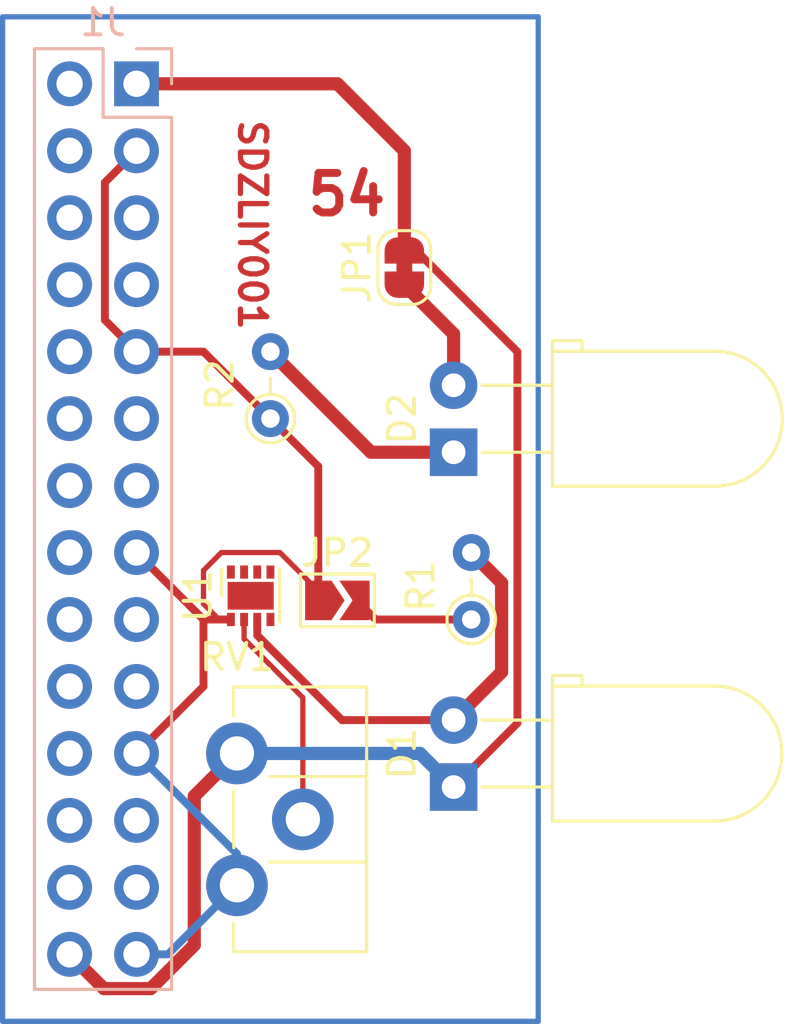
<source format=kicad_pcb>
(kicad_pcb (version 20221018) (generator pcbnew)
  (layers (0 "F.Cu" signal) (31 "B.Cu" signal) (34 "B.Paste" user) (35 "F.Paste" user) (36 "B.SilkS" user "B.Silkscreen") (37 "F.SilkS" user "F.Silkscreen") (38 "B.Mask" user) (39 "F.Mask" user) (44 "Edge.Cuts" user))
  (net 0 "")
  (net 1 "+3V3")
  (net 2 "Net-(D1-A)")
  (net 3 "Net-(D2-K)")
  (net 4 "Net-(D2-A)")
  (net 6 "GND")
  (net 27 "Net-(U1A--)")
  (footprint "LED_THT:LED_D5.0mm_Horizontal_O3.81mm_Z3.0mm" (layer "F.Cu") (at 72.99 54.615 90)
    (fp_text reference "D2" (at 1.27 -1.96 90) (layer "F.SilkS"))
    (fp_text value "IR_LED")
    (fp_line (start -1.29 3.75) (end -1.29 9.91) (stroke (width 0.12)) (layer "F.SilkS"))
    (fp_line (start -1.29 3.75) (end 3.83 3.75) (stroke (width 0.12)) (layer "F.SilkS"))
    (fp_line (start 0 1.08) (end 0 1.08) (stroke (width 0.12)) (layer "F.SilkS"))
    (fp_line (start 0 1.08) (end 0 3.75) (stroke (width 0.12)) (layer "F.SilkS"))
    (fp_line (start 0 3.75) (end 0 1.08) (stroke (width 0.12)) (layer "F.SilkS"))
    (fp_line (start 0 3.75) (end 0 3.75) (stroke (width 0.12)) (layer "F.SilkS"))
    (fp_line (start 2.54 1.08) (end 2.54 1.08) (stroke (width 0.12)) (layer "F.SilkS"))
    (fp_line (start 2.54 1.08) (end 2.54 3.75) (stroke (width 0.12)) (layer "F.SilkS"))
    (fp_line (start 2.54 3.75) (end 2.54 1.08) (stroke (width 0.12)) (layer "F.SilkS"))
    (fp_line (start 2.54 3.75) (end 2.54 3.75) (stroke (width 0.12)) (layer "F.SilkS"))
    (fp_line (start 3.83 3.75) (end 3.83 9.91) (stroke (width 0.12)) (layer "F.SilkS"))
    (fp_line (start 3.83 3.75) (end 4.23 3.75) (stroke (width 0.12)) (layer "F.SilkS"))
    (fp_line (start 3.83 4.87) (end 3.83 3.75) (stroke (width 0.12)) (layer "F.SilkS"))
    (fp_line (start 4.23 3.75) (end 4.23 4.87) (stroke (width 0.12)) (layer "F.SilkS"))
    (fp_line (start 4.23 4.87) (end 3.83 4.87) (stroke (width 0.12)) (layer "F.SilkS"))
    (fp_arc (start 3.83 9.91) (mid 1.27 12.47) (end -1.29 9.91) (stroke (width 0.12)) (layer "F.SilkS"))
    (pad "1" thru_hole rect (at 0 0 90) (size 1.8 1.8) (drill 0.9) (layers "*.Cu" "*.Mask") (net 3 "Net-(D2-K)"))
    (pad "2" thru_hole circle (at 2.54 0 90) (size 1.8 1.8) (drill 0.9) (layers "*.Cu" "*.Mask") (net 4 "Net-(D2-A)"))
  )
  (footprint "Potentiometer_THT:Potentiometer_ACP_CA9-H2,5_Horizontal" (layer "F.Cu") (at 64.77 66.04)
    (fp_text reference "RV1" (at 0 -3.65) (layer "F.SilkS"))
    (fp_text value "10k")
    (fp_line (start -0.121 -2.521) (end -0.121 -1.426) (stroke (width 0.12)) (layer "F.SilkS"))
    (fp_line (start -0.121 -2.521) (end 4.92 -2.521) (stroke (width 0.12)) (layer "F.SilkS"))
    (fp_line (start -0.121 1.426) (end -0.121 3.575) (stroke (width 0.12)) (layer "F.SilkS"))
    (fp_line (start -0.121 1.426) (end -0.121 3.575) (stroke (width 0.12)) (layer "F.SilkS"))
    (fp_line (start -0.121 6.425) (end -0.121 7.52) (stroke (width 0.12)) (layer "F.SilkS"))
    (fp_line (start -0.121 7.52) (end 4.92 7.52) (stroke (width 0.12)) (layer "F.SilkS"))
    (fp_line (start 1.237 0.88) (end 4.92 0.88) (stroke (width 0.12)) (layer "F.SilkS"))
    (fp_line (start 1.237 4.12) (end 4.92 4.12) (stroke (width 0.12)) (layer "F.SilkS"))
    (fp_line (start 4.92 -2.521) (end 4.92 7.52) (stroke (width 0.12)) (layer "F.SilkS"))
    (fp_line (start 4.92 0.88) (end 4.92 4.12) (stroke (width 0.12)) (layer "F.SilkS"))
    (pad "1" thru_hole circle (at 0 0) (size 2.34 2.34) (drill 1.3) (layers "*.Cu" "*.Mask") (net 1 "+3V3"))
    (pad "2" thru_hole circle (at 2.5 2.5) (size 2.34 2.34) (drill 1.3) (layers "*.Cu" "*.Mask") (net 27 "Net-(U1A--)"))
    (pad "3" thru_hole circle (at 0 5) (size 2.34 2.34) (drill 1.3) (layers "*.Cu" "*.Mask") (net 6 "GND"))
  )
  (footprint "LED_THT:LED_D5.0mm_Horizontal_O3.81mm_Z3.0mm" (layer "F.Cu") (at 72.99 67.315 90)
    (fp_text reference "D1" (at 1.27 -1.96 90) (layer "F.SilkS"))
    (fp_text value "D_Photo")
    (fp_line (start -1.29 3.75) (end -1.29 9.91) (stroke (width 0.12)) (layer "F.SilkS"))
    (fp_line (start -1.29 3.75) (end 3.83 3.75) (stroke (width 0.12)) (layer "F.SilkS"))
    (fp_line (start 0 1.08) (end 0 1.08) (stroke (width 0.12)) (layer "F.SilkS"))
    (fp_line (start 0 1.08) (end 0 3.75) (stroke (width 0.12)) (layer "F.SilkS"))
    (fp_line (start 0 3.75) (end 0 1.08) (stroke (width 0.12)) (layer "F.SilkS"))
    (fp_line (start 0 3.75) (end 0 3.75) (stroke (width 0.12)) (layer "F.SilkS"))
    (fp_line (start 2.54 1.08) (end 2.54 1.08) (stroke (width 0.12)) (layer "F.SilkS"))
    (fp_line (start 2.54 1.08) (end 2.54 3.75) (stroke (width 0.12)) (layer "F.SilkS"))
    (fp_line (start 2.54 3.75) (end 2.54 1.08) (stroke (width 0.12)) (layer "F.SilkS"))
    (fp_line (start 2.54 3.75) (end 2.54 3.75) (stroke (width 0.12)) (layer "F.SilkS"))
    (fp_line (start 3.83 3.75) (end 3.83 9.91) (stroke (width 0.12)) (layer "F.SilkS"))
    (fp_line (start 3.83 3.75) (end 4.23 3.75) (stroke (width 0.12)) (layer "F.SilkS"))
    (fp_line (start 3.83 4.87) (end 3.83 3.75) (stroke (width 0.12)) (layer "F.SilkS"))
    (fp_line (start 4.23 3.75) (end 4.23 4.87) (stroke (width 0.12)) (layer "F.SilkS"))
    (fp_line (start 4.23 4.87) (end 3.83 4.87) (stroke (width 0.12)) (layer "F.SilkS"))
    (fp_arc (start 3.83 9.91) (mid 1.27 12.47) (end -1.29 9.91) (stroke (width 0.12)) (layer "F.SilkS"))
    (pad "1" thru_hole rect (at 0 0 90) (size 1.8 1.8) (drill 0.9) (layers "*.Cu" "*.Mask") (net 1 "+3V3"))
    (pad "2" thru_hole circle (at 2.54 0 90) (size 1.8 1.8) (drill 0.9) (layers "*.Cu" "*.Mask") (net 2 "Net-(D1-A)"))
  )
  (footprint "Jumper:SolderJumper-2_P1.3mm_Open_TrianglePad1.0x1.5mm" (layer "F.Cu") (at 68.58 60.235)
    (fp_text reference "JP2" (at 0 -1.8) (layer "F.SilkS"))
    (fp_text value "Jumper_2_Open")
    (fp_line (start -1.4 -1) (end 1.4 -1) (stroke (width 0.12)) (layer "F.SilkS"))
    (fp_line (start -1.4 1) (end -1.4 -1) (stroke (width 0.12)) (layer "F.SilkS"))
    (fp_line (start 1.4 -1) (end 1.4 1) (stroke (width 0.12)) (layer "F.SilkS"))
    (fp_line (start 1.4 1) (end -1.4 1) (stroke (width 0.12)) (layer "F.SilkS"))
    (pad "1" smd custom (at -0.725 0) (size 0.3 0.3) (layers "F.Cu" "F.Mask") (net 6 "GND") (options (clearance outline) (anchor rect)) (primitives (gr_poly (pts (xy 1 0) (xy 0.5 0.75) (xy -0.5 0.75) (xy -0.5 -0.75) (xy 0.5 -0.75)) (width 0) (fill yes))))
    (pad "2" smd custom (at 0.725 0) (size 0.3 0.3) (layers "F.Cu" "F.Mask") (net 6 "GND") (options (clearance outline) (anchor rect)) (primitives (gr_poly (pts (xy 0.5 0.75) (xy -0.65 0.75) (xy -0.15 0) (xy -0.65 -0.75) (xy 0.5 -0.75)) (width 0) (fill yes))))
  )
  (footprint "Resistor_THT:R_Axial_DIN0204_L3.6mm_D1.6mm_P2.54mm_Vertical" (layer "F.Cu") (at 73.66 60.96 90)
    (fp_text reference "R1" (at 1.27 -1.92 90) (layer "F.SilkS"))
    (fp_text value "10k")
    (fp_line (start 0.92 0) (end 1.54 0) (stroke (width 0.12)) (layer "F.SilkS"))
    (fp_circle (center 0 0) (end 0.92 0) (stroke (width 0.12)) (fill none) (layer "F.SilkS"))
    (pad "1" thru_hole circle (at 0 0 90) (size 1.4 1.4) (drill 0.7) (layers "*.Cu" "*.Mask") (net 6 "GND"))
    (pad "2" thru_hole oval (at 2.54 0 90) (size 1.4 1.4) (drill 0.7) (layers "*.Cu" "*.Mask") (net 2 "Net-(D1-A)"))
  )
  (footprint "Resistor_THT:R_Axial_DIN0204_L3.6mm_D1.6mm_P2.54mm_Vertical" (layer "F.Cu") (at 66.04 53.34 90)
    (fp_text reference "R2" (at 1.27 -1.92 90) (layer "F.SilkS"))
    (fp_text value "270")
    (fp_line (start 0.92 0) (end 1.54 0) (stroke (width 0.12)) (layer "F.SilkS"))
    (fp_circle (center 0 0) (end 0.92 0) (stroke (width 0.12)) (fill none) (layer "F.SilkS"))
    (pad "1" thru_hole circle (at 0 0 90) (size 1.4 1.4) (drill 0.7) (layers "*.Cu" "*.Mask") (net 6 "GND"))
    (pad "2" thru_hole oval (at 2.54 0 90) (size 1.4 1.4) (drill 0.7) (layers "*.Cu" "*.Mask") (net 3 "Net-(D2-K)"))
  )
  (footprint "Jumper:SolderJumper-2_P1.3mm_Bridged_RoundedPad1.0x1.5mm" (layer "F.Cu") (at 71.12 47.61 90)
    (fp_text reference "JP1" (at 0 -1.8 90) (layer "F.SilkS"))
    (fp_text value "Jumper_2_Bridged")
    (fp_poly (pts (xy 0.25 -0.3) (xy -0.25 -0.3) (xy -0.25 0.3) (xy 0.25 0.3)) (fill solid) (layer "F.Cu"))
    (fp_line (start -1.4 0.3) (end -1.4 -0.3) (stroke (width 0.12)) (layer "F.SilkS"))
    (fp_line (start -0.7 -1) (end 0.7 -1) (stroke (width 0.12)) (layer "F.SilkS"))
    (fp_line (start 0.7 1) (end -0.7 1) (stroke (width 0.12)) (layer "F.SilkS"))
    (fp_line (start 1.4 -0.3) (end 1.4 0.3) (stroke (width 0.12)) (layer "F.SilkS"))
    (fp_arc (start -1.4 -0.3) (mid -1.194975 -0.794975) (end -0.7 -1) (stroke (width 0.12)) (layer "F.SilkS"))
    (fp_arc (start -0.7 1) (mid -1.194975 0.794975) (end -1.4 0.3) (stroke (width 0.12)) (layer "F.SilkS"))
    (fp_arc (start 0.7 -1) (mid 1.194975 -0.794975) (end 1.4 -0.3) (stroke (width 0.12)) (layer "F.SilkS"))
    (fp_arc (start 1.4 0.3) (mid 1.194975 0.794975) (end 0.7 1) (stroke (width 0.12)) (layer "F.SilkS"))
    (pad "1" smd custom (at -0.65 0 90) (size 1 0.5) (layers "F.Cu" "F.Mask") (net 4 "Net-(D2-A)") (options (clearance outline) (anchor rect)) (primitives (gr_circle (center 0 0.25) (end 0.5 0.25) (width 0) (fill yes)) (gr_circle (center 0 -0.25) (end 0.5 -0.25) (width 0) (fill yes)) (gr_poly (pts (xy 0.5 0.75) (xy 0 0.75) (xy 0 -0.75) (xy 0.5 -0.75)) (width 0) (fill yes))))
    (pad "2" smd custom (at 0.65 0 90) (size 1 0.5) (layers "F.Cu" "F.Mask") (net 1 "+3V3") (options (clearance outline) (anchor rect)) (primitives (gr_circle (center 0 0.25) (end 0.5 0.25) (width 0) (fill yes)) (gr_circle (center 0 -0.25) (end 0.5 -0.25) (width 0) (fill yes)) (gr_poly (pts (xy 0 0.75) (xy -0.5 0.75) (xy -0.5 -0.75) (xy 0 -0.75)) (width 0) (fill yes))))
  )
  (footprint "Package_DFN_QFN:DFN-8-1EP_2x2mm_P0.5mm_EP1.05x1.75mm" (layer "F.Cu") (at 65.29 60.06 90)
    (fp_text reference "U1" (at 0 -2 90) (layer "F.SilkS"))
    (fp_text value "LM358_DFN")
    (fp_line (start -1 1.1) (end 1 1.1) (stroke (width 0.12)) (layer "F.SilkS"))
    (fp_line (start 0 -1.1) (end 1 -1.1) (stroke (width 0.12)) (layer "F.SilkS"))
    (pad "1" smd rect (at -0.9 -0.75 90) (size 0.5 0.3) (layers "F.Cu" "F.Paste" "F.Mask") (net 6 "GND"))
    (pad "2" smd rect (at -0.9 -0.25 90) (size 0.5 0.3) (layers "F.Cu" "F.Paste" "F.Mask") (net 27 "Net-(U1A--)"))
    (pad "3" smd rect (at -0.9 0.25 90) (size 0.5 0.3) (layers "F.Cu" "F.Paste" "F.Mask") (net 2 "Net-(D1-A)"))
    (pad "4" smd rect (at -0.9 0.75 90) (size 0.5 0.3) (layers "F.Cu" "F.Paste" "F.Mask"))
    (pad "5" smd rect (at 0.9 0.75 90) (size 0.5 0.3) (layers "F.Cu" "F.Paste" "F.Mask"))
    (pad "6" smd rect (at 0.9 0.25 90) (size 0.5 0.3) (layers "F.Cu" "F.Paste" "F.Mask"))
    (pad "7" smd rect (at 0.9 -0.25 90) (size 0.5 0.3) (layers "F.Cu" "F.Paste" "F.Mask"))
    (pad "8" smd rect (at 0.9 -0.75 90) (size 0.5 0.3) (layers "F.Cu" "F.Paste" "F.Mask"))
    (pad "9" smd rect (at 0 0 90) (size 1.05 1.75) (layers "F.Cu" "F.Mask"))
  )
  (footprint "Connector_PinHeader_2.54mm:PinHeader_2x14_P2.54mm_Vertical" (layer "B.Cu") (at 60.96 40.64 180)
    (fp_text reference "J1" (at 1.27 2.33) (layer "B.SilkS") (effects (justify mirror)))
    (fp_text value "Conn_02x14_Male")
    (fp_line (start -1.33 -34.35) (end 3.87 -34.35) (stroke (width 0.12)) (layer "B.SilkS"))
    (fp_line (start -1.33 -1.27) (end -1.33 -34.35) (stroke (width 0.12)) (layer "B.SilkS"))
    (fp_line (start -1.33 -1.27) (end 1.27 -1.27) (stroke (width 0.12)) (layer "B.SilkS"))
    (fp_line (start -1.33 0) (end -1.33 1.33) (stroke (width 0.12)) (layer "B.SilkS"))
    (fp_line (start -1.33 1.33) (end 0 1.33) (stroke (width 0.12)) (layer "B.SilkS"))
    (fp_line (start 1.27 -1.27) (end 1.27 1.33) (stroke (width 0.12)) (layer "B.SilkS"))
    (fp_line (start 1.27 1.33) (end 3.87 1.33) (stroke (width 0.12)) (layer "B.SilkS"))
    (fp_line (start 3.87 1.33) (end 3.87 -34.35) (stroke (width 0.12)) (layer "B.SilkS"))
    (pad "1" thru_hole rect (at 0 0 180) (size 1.7 1.7) (drill 1) (layers "*.Cu" "*.Mask") (net 1 "+3V3"))
    (pad "2" thru_hole oval (at 2.54 0 180) (size 1.7 1.7) (drill 1) (layers "*.Cu" "*.Mask"))
    (pad "3" thru_hole oval (at 0 -2.54 180) (size 1.7 1.7) (drill 1) (layers "*.Cu" "*.Mask") (net 6 "GND"))
    (pad "4" thru_hole oval (at 2.54 -2.54 180) (size 1.7 1.7) (drill 1) (layers "*.Cu" "*.Mask"))
    (pad "5" thru_hole oval (at 0 -5.08 180) (size 1.7 1.7) (drill 1) (layers "*.Cu" "*.Mask"))
    (pad "6" thru_hole oval (at 2.54 -5.08 180) (size 1.7 1.7) (drill 1) (layers "*.Cu" "*.Mask"))
    (pad "7" thru_hole oval (at 0 -7.62 180) (size 1.7 1.7) (drill 1) (layers "*.Cu" "*.Mask"))
    (pad "8" thru_hole oval (at 2.54 -7.62 180) (size 1.7 1.7) (drill 1) (layers "*.Cu" "*.Mask"))
    (pad "9" thru_hole oval (at 0 -10.16 180) (size 1.7 1.7) (drill 1) (layers "*.Cu" "*.Mask") (net 6 "GND"))
    (pad "10" thru_hole oval (at 2.54 -10.16 180) (size 1.7 1.7) (drill 1) (layers "*.Cu" "*.Mask"))
    (pad "11" thru_hole oval (at 0 -12.7 180) (size 1.7 1.7) (drill 1) (layers "*.Cu" "*.Mask"))
    (pad "12" thru_hole oval (at 2.54 -12.7 180) (size 1.7 1.7) (drill 1) (layers "*.Cu" "*.Mask"))
    (pad "13" thru_hole oval (at 0 -15.24 180) (size 1.7 1.7) (drill 1) (layers "*.Cu" "*.Mask"))
    (pad "14" thru_hole oval (at 2.54 -15.24 180) (size 1.7 1.7) (drill 1) (layers "*.Cu" "*.Mask"))
    (pad "15" thru_hole oval (at 0 -17.78 180) (size 1.7 1.7) (drill 1) (layers "*.Cu" "*.Mask") (net 6 "GND"))
    (pad "16" thru_hole oval (at 2.54 -17.78 180) (size 1.7 1.7) (drill 1) (layers "*.Cu" "*.Mask"))
    (pad "17" thru_hole oval (at 0 -20.32 180) (size 1.7 1.7) (drill 1) (layers "*.Cu" "*.Mask"))
    (pad "18" thru_hole oval (at 2.54 -20.32 180) (size 1.7 1.7) (drill 1) (layers "*.Cu" "*.Mask"))
    (pad "19" thru_hole oval (at 0 -22.86 180) (size 1.7 1.7) (drill 1) (layers "*.Cu" "*.Mask"))
    (pad "20" thru_hole oval (at 2.54 -22.86 180) (size 1.7 1.7) (drill 1) (layers "*.Cu" "*.Mask"))
    (pad "21" thru_hole oval (at 0 -25.4 180) (size 1.7 1.7) (drill 1) (layers "*.Cu" "*.Mask") (net 6 "GND"))
    (pad "22" thru_hole oval (at 2.54 -25.4 180) (size 1.7 1.7) (drill 1) (layers "*.Cu" "*.Mask"))
    (pad "23" thru_hole oval (at 0 -27.94 180) (size 1.7 1.7) (drill 1) (layers "*.Cu" "*.Mask"))
    (pad "24" thru_hole oval (at 2.54 -27.94 180) (size 1.7 1.7) (drill 1) (layers "*.Cu" "*.Mask"))
    (pad "25" thru_hole oval (at 0 -30.48 180) (size 1.7 1.7) (drill 1) (layers "*.Cu" "*.Mask"))
    (pad "26" thru_hole oval (at 2.54 -30.48 180) (size 1.7 1.7) (drill 1) (layers "*.Cu" "*.Mask"))
    (pad "27" thru_hole oval (at 0 -33.02 180) (size 1.7 1.7) (drill 1) (layers "*.Cu" "*.Mask") (net 6 "GND"))
    (pad "28" thru_hole oval (at 2.54 -33.02 180) (size 1.7 1.7) (drill 1) (layers "*.Cu" "*.Mask") (net 1 "+3V3"))
  )
  (gr_line (start 55.88 38.1) (end 76.2 38.1) (stroke (width 0.2)) (layer "B.Cu"))
  (gr_line (start 76.2 76.2) (end 55.88 76.2) (stroke (width 0.2)) (layer "B.Cu"))
  (gr_line (start 55.88 76.2) (end 55.88 38.1) (stroke (width 0.2)) (layer "B.Cu"))
  (gr_line (start 76.2 38.1) (end 76.2 76.2) (stroke (width 0.2)) (layer "B.Cu"))
  (gr_text "54" (at 67.31 45.72) (layer "F.Cu") (effects (font (size 1.5 1.5) (thickness 0.3) bold) (justify left bottom)))
  (gr_text "SDZLIY001" (at 64.77 41.91 -90) (layer "F.Cu") (effects (font (size 1 1) (thickness 0.2) bold) (justify left bottom)))
  (segment (start 63.15 67.66) (end 64.77 66.04) (width 0.5) (layer "F.Cu") (net 1))
  (segment (start 71.12 43.18) (end 71.12 46.96) (width 0.5) (layer "F.Cu") (net 1))
  (segment (start 71.564976 46.96) (end 75.41 50.805024) (width 0.3) (layer "F.Cu") (net 1))
  (segment (start 71.12 46.96) (end 71.564976 46.96) (width 0.3) (layer "F.Cu") (net 1))
  (segment (start 59.72 74.96) (end 61.498478 74.96) (width 0.5) (layer "F.Cu") (net 1))
  (segment (start 60.96 40.64) (end 68.58 40.64) (width 0.5) (layer "F.Cu") (net 1))
  (segment (start 68.58 40.64) (end 71.12 43.18) (width 0.5) (layer "F.Cu") (net 1))
  (segment (start 58.42 73.66) (end 59.72 74.96) (width 0.5) (layer "F.Cu") (net 1))
  (segment (start 63.15 73.308478) (end 63.15 67.66) (width 0.5) (layer "F.Cu") (net 1))
  (segment (start 75.41 64.895) (end 72.99 67.315) (width 0.3) (layer "F.Cu") (net 1))
  (segment (start 75.41 50.805024) (end 75.41 64.895) (width 0.3) (layer "F.Cu") (net 1))
  (segment (start 61.498478 74.96) (end 63.15 73.308478) (width 0.5) (layer "F.Cu") (net 1))
  (segment (start 64.77 66.04) (end 71.715 66.04) (width 0.5) (layer "B.Cu") (net 1))
  (segment (start 71.715 66.04) (end 72.99 67.315) (width 0.5) (layer "B.Cu") (net 1))
  (segment (start 73.66 58.42) (end 74.81 59.57) (width 0.5) (layer "F.Cu") (net 2))
  (segment (start 74.81 59.57) (end 74.81 62.955) (width 0.5) (layer "F.Cu") (net 2))
  (segment (start 74.81 62.955) (end 72.99 64.775) (width 0.5) (layer "F.Cu") (net 2))
  (segment (start 72.99 64.775) (end 68.755 64.775) (width 0.3) (layer "F.Cu") (net 2))
  (segment (start 68.755 64.775) (end 65.54 61.56) (width 0.3) (layer "F.Cu") (net 2))
  (segment (start 65.54 61.56) (end 65.54 60.96) (width 0.3) (layer "F.Cu") (net 2))
  (segment (start 69.855 54.615) (end 72.99 54.615) (width 0.5) (layer "F.Cu") (net 3))
  (segment (start 66.04 50.8) (end 69.855 54.615) (width 0.5) (layer "F.Cu") (net 3))
  (segment (start 72.99 50.13) (end 71.12 48.26) (width 0.5) (layer "F.Cu") (net 4))
  (segment (start 72.99 52.075) (end 72.99 50.13) (width 0.5) (layer "F.Cu") (net 4))
  (segment (start 63.5 59.1) (end 64.18 58.42) (width 0.2) (layer "F.Cu") (net 6))
  (segment (start 63.5 60.37) (end 63.5 59.1) (width 0.2) (layer "F.Cu") (net 6))
  (segment (start 63.5 50.8) (end 60.96 50.8) (width 0.3) (layer "F.Cu") (net 6))
  (segment (start 64.09 60.96) (end 63.5 60.37) (width 0.2) (layer "F.Cu") (net 6))
  (segment (start 63.5 60.96) (end 60.96 58.42) (width 0.3) (layer "F.Cu") (net 6))
  (segment (start 67.855 55.155) (end 66.04 53.34) (width 0.3) (layer "F.Cu") (net 6))
  (segment (start 64.73 69.81) (end 64.77 69.81) (width 0.25) (layer "F.Cu") (net 6))
  (segment (start 64.77 69.85) (end 64.77 69.81) (width 0.25) (layer "F.Cu") (net 6))
  (segment (start 59.76 49.6) (end 60.96 50.8) (width 0.3) (layer "F.Cu") (net 6))
  (segment (start 69.305 60.235) (end 70.03 60.96) (width 0.3) (layer "F.Cu") (net 6))
  (segment (start 67.855 60.235) (end 67.855 55.155) (width 0.3) (layer "F.Cu") (net 6))
  (segment (start 63.5 60.96) (end 63.5 63.5) (width 0.3) (layer "F.Cu") (net 6))
  (segment (start 64.54 60.96) (end 64.09 60.96) (width 0.2) (layer "F.Cu") (net 6))
  (segment (start 60.96 43.18) (end 59.76 44.38) (width 0.3) (layer "F.Cu") (net 6))
  (segment (start 66.4 58.42) (end 67.855 59.875) (width 0.2) (layer "F.Cu") (net 6))
  (segment (start 59.76 44.38) (end 59.76 49.6) (width 0.3) (layer "F.Cu") (net 6))
  (segment (start 64.18 58.42) (end 66.4 58.42) (width 0.2) (layer "F.Cu") (net 6))
  (segment (start 67.855 59.875) (end 67.855 60.235) (width 0.2) (layer "F.Cu") (net 6))
  (segment (start 64.54 60.96) (end 63.5 60.96) (width 0.3) (layer "F.Cu") (net 6))
  (segment (start 70.03 60.96) (end 73.66 60.96) (width 0.3) (layer "F.Cu") (net 6))
  (segment (start 66.04 53.34) (end 63.5 50.8) (width 0.3) (layer "F.Cu") (net 6))
  (segment (start 63.5 63.5) (end 60.96 66.04) (width 0.3) (layer "F.Cu") (net 6))
  (segment (start 60.96 66.04) (end 64.77 69.85) (width 0.3) (layer "B.Cu") (net 6))
  (segment (start 64.77 71.04) (end 62.15 73.66) (width 0.3) (layer "B.Cu") (net 6))
  (segment (start 64.77 69.85) (end 64.77 71.04) (width 0.3) (layer "B.Cu") (net 6))
  (segment (start 62.15 73.66) (end 60.96 73.66) (width 0.3) (layer "B.Cu") (net 6))
  (segment (start 65.04 60.96) (end 65.04 61.696396) (width 0.2) (layer "F.Cu") (net 27))
  (segment (start 65.04 61.696396) (end 67.27 63.926396) (width 0.2) (layer "F.Cu") (net 27))
  (segment (start 67.27 63.926396) (end 67.27 68.54) (width 0.2) (layer "F.Cu") (net 27))
)
</source>
